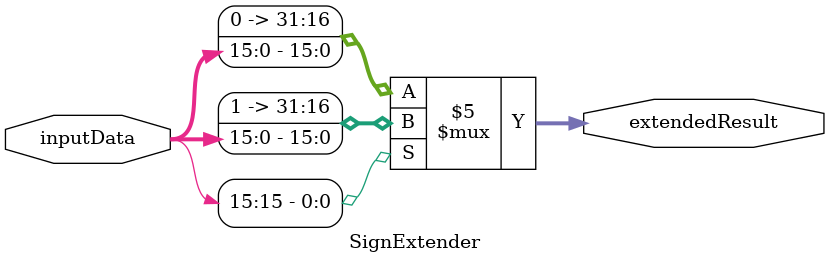
<source format=v>
module Summation (
    input wire signed [31:0] operand1, 
    input wire signed [31:0] operand2,
    output wire [31:0] outputSum
);
assign outputSum = operand1 + operand2;
endmodule

module ArithmeticLogicUnit(
    input wire signed [31:0] input1, 
    input wire signed [31:0] input2, 
    input wire [3:0] operationCode, 
    input wire [4:0] shiftBits,
    input wire resetSignal,
    output reg carryOut, 
    output reg isZero, 
    output reg signed [31:0] outputResult
);
wire [31:0] invertedInput2;
assign invertedInput2 = -input2;//invert for subtraction 

always @(posedge resetSignal) begin 
    isZero <= 1'b0;//reset flag on reset signal
end

always @(operationCode, input1, input2) begin
    case (operationCode)
        4'b0000: begin // addition
            outputResult <= input1 + input2;
            if (input1[31] == input2[31] && outputResult[31] == ~input1[31]) begin
                carryOut <= 1'b1;//set carry out
            end else begin
                carryOut <= 1'b0;//not have carry out
            end
        end
        4'b0001: begin // subtraction
            outputResult <= input1 + invertedInput2;
        end
        4'b1000: begin // less than
            outputResult <= (input1 < input2) ? 1 : 0;
        end
    endcase
    isZero <= (input1 == input2) ? 1'b1 : 1'b0;
end
endmodule

module OperationDecoder(
    input [3:0] controlSignal,
    input [5:0] functionCode,
    output reg [3:0] operationOutput
);
always @(*) begin
    case (controlSignal)
        4'b0000: operationOutput = 4'b0000; // add
        4'b0001: operationOutput = 4'b0001; // sub
        4'b0101: operationOutput = 4'b1000; // less
        4'b0010: begin
            case (functionCode)
                6'b100000: operationOutput = 4'b0000; // add
                6'b100010: operationOutput = 4'b0001; // sub
                6'b101010: operationOutput = 4'b1000; // less
                default: operationOutput = 4'bxxxx;
            endcase
        end
        default: operationOutput = 4'bxxxx;
    endcase
end
endmodule

module BranchPredictor (
    input     clockSignal,
    input     resetSignal,
    input    isBranchValid,
    input   isBranchTaken,
    output   branchPrediction
);

    localparam HISTORY_SIZE = 7;//size of histroy register
    localparam TABLE_SIZE = (1 << HISTORY_SIZE);//size of predictor table
//based on previous experiences predict
    reg [1:0] predictorTable [0:TABLE_SIZE-1];
    reg [HISTORY_SIZE-1:0] globalHistoryRegister;

    wire [1:0] currentPrediction;
    assign currentPrediction = predictorTable[globalHistoryRegister];

    assign branchPrediction = (currentPrediction >= 2);//prediction will be taken or not taken
//we predict based on strentgh of previous predictions
    integer idx;
    always @(posedge clockSignal) begin
        if (resetSignal) begin
            globalHistoryRegister <= {HISTORY_SIZE{1'b0}};//reset history register
            for (idx = 0; idx < TABLE_SIZE; idx = idx + 1) begin
                predictorTable[idx] <= 2;//initialize predictor table
            end
        end else if (isBranchValid) begin
            if (isBranchTaken) begin
                if (predictorTable[globalHistoryRegister] < 2'b11)
                    predictorTable[globalHistoryRegister] <= predictorTable[globalHistoryRegister] + 1;//update prediction
            end else begin
                if (predictorTable[globalHistoryRegister] > 2'b00)
                    predictorTable[globalHistoryRegister] <= predictorTable[globalHistoryRegister] - 1;
            end

            globalHistoryRegister <= { globalHistoryRegister[HISTORY_SIZE-2:0], isBranchTaken };//update history
        end
    end

endmodule

module EqualityChecker(
    input [31:0] firstInput,
    input [31:0] secondInput,
    output comparisonResult
);
assign comparisonResult = (firstInput == secondInput) ? 1'b1 : 1'b0;
endmodule

module ControlSignalGenerator (
    input [5:0] opcode,
    output reg destReg,
    output reg isBranch,
    output reg readMemory,
    output reg writeToReg,
    output reg [3:0] ALUOperation,
    output reg writeMemorySignal,
    output reg sourceSelect,
    output reg writeRegSignal,
    input resetSignal
); 
always @(posedge resetSignal) begin
    destReg <= 1'b0; //reset signals
    isBranch <= 1'b0;
    readMemory <= 1'b0;
    writeToReg <= 1'b0;
    ALUOperation <= 4'b0000;
    writeMemorySignal <= 1'b0;
    sourceSelect <= 1'b0;
    writeRegSignal <= 1'b0;
end

always @(opcode) begin
    case (opcode)
        6'b000000: begin // R-type
            destReg <= 1;
            isBranch <= 0;
            readMemory <= 0;
            writeToReg <= 0;
            writeMemorySignal <= 0;
            sourceSelect <= 0;//select immediate source
            writeRegSignal <= 1;
            ALUOperation <= 4'b0010;
        end
        6'b001010: begin // slti
            destReg <= 0;
            isBranch <= 0;
            readMemory <= 0;
            writeToReg <= 0;
            writeMemorySignal <= 0;
            sourceSelect <= 1;
            writeRegSignal <= 1;
            ALUOperation <= 4'b0101;
        end
        6'b100011: begin // lw
            destReg <= 0;
            isBranch <= 0;
            readMemory <= 1;
            writeToReg <= 1;
            writeMemorySignal <= 0;
            sourceSelect <= 1;
            writeRegSignal <= 1;
            ALUOperation <= 4'b0000;
        end
        6'b101011: begin // sw
            isBranch <= 0;
            readMemory <= 0;
            writeToReg <= 0;
            writeMemorySignal <= 1;
            sourceSelect <= 1;
            writeRegSignal <= 0;
            ALUOperation <= 4'b0000;
        end
        6'b000100: begin // beq
            isBranch <= 1;
            readMemory <= 0;
            writeToReg <= 0;
            writeMemorySignal <= 0;
            sourceSelect <= 0;
            writeRegSignal <= 0;
            ALUOperation <= 4'b0001;
        end
    endcase
end 
endmodule

module MemoryUnit (
    input clockSignal,
    input writeMemorySignal,
    input readMemorySignal,
    input [31:0] address,
    input [31:0] dataToWrite,
    output reg [31:0] dataRead
);
reg[31:0] memoryArray [0:1023];
initial begin
    memoryArray[0] = 32'h00000000;//initialize memory
    memoryArray[1] = 32'h00000001;
end

always @(negedge clockSignal) begin
    if(writeMemorySignal) begin 
        memoryArray[address] <= dataToWrite;//write data to memory
    end
end

always @(address or readMemorySignal) begin
    if(readMemorySignal) begin 
        dataRead = memoryArray[address]; //read data from memory
    end
end
endmodule

module DualDataMemory (
    input writeMemory1,
    input writeMemory2,
    input readMemory1,
    input readMemory2,
    input [31:0] address1,
    input [31:0] address2,
    input [15:0] dataToWrite1,
    input [15:0] dataToWrite2,
    input clockSignal,
    output reg [15:0] dataRead1,
    output reg [15:0] dataRead2
);
reg[31:0] memoryArray [0:31];

always @(negedge clockSignal) begin
    if(writeMemory1) begin
        memoryArray[address1][31:16] <= dataToWrite1;//write upper half to memory
    end
    if(writeMemory2) begin
        memoryArray[address2][15:0] <= dataToWrite2;//write lower half to memory
    end
end

always @(address1 or address2 or readMemory1 or readMemory2) begin
    if(readMemory1) begin
        dataRead1 = memoryArray[address1][31:16]; //read upper half of memory
    end
    if(readMemory2) begin
        dataRead2 = memoryArray[address2][15:0];//read lower half of memory
    end
end
endmodule

module ExecutionMemoryRegister (
    //temp storage holds data between exe and mem stages
    input clockSignal,
    input writeRegSignal,
    input writeToRegSignal,
    input writeMemorySignal,
    input readMemorySignal,
    input [31:0] ALUOutput,
    input [31:0] dataToWrite,
    input [4:0] regAddress,
    output reg writeRegOut,
    output reg writeToRegOut,
    output reg writeMemoryOut,
    output reg readMemoryOut,
    output reg [31:0] ALUOutputOut,
    output reg [31:0] dataToWriteOut,
    output reg [4:0] regAddressOut
);
always @(posedge clockSignal) begin
    dataToWriteOut <= dataToWrite;//store data to write
    writeToRegOut <= writeToRegSignal;//store write to register signals
    regAddressOut <= regAddress;  //store register addresses  
    writeRegOut <= writeRegSignal;
    writeMemoryOut <= writeMemorySignal;
    readMemoryOut <= readMemorySignal;
    ALUOutputOut <= ALUOutput;
end
endmodule

module ForwardingControlUnit (
    input EX_MemRegWrite,
    input [4:0] EX_MemWriteReg,
    input Mem_WbRegWrite,
    input [4:0] Mem_WbWriteReg,
    input [4:0] ID_Ex_Rs,
    input [4:0] ID_Ex_Rt,
    output reg [1:0] upperMuxSelect,
    output reg [1:0] lowerMuxSelect,
    output reg [1:0] comparatorMux1Select,
    output reg [1:0] comparatorMux2Select
);
always @(EX_MemRegWrite or EX_MemWriteReg or Mem_WbRegWrite or Mem_WbWriteReg or ID_Ex_Rs or ID_Ex_Rt) begin
    if(EX_MemRegWrite && EX_MemWriteReg) begin
        if (EX_MemWriteReg == ID_Ex_Rs) begin
            upperMuxSelect <= 2'b10;//forwarding to upper mux
            comparatorMux1Select <= 2'b01;//forwarding for comparator
        end else begin
            upperMuxSelect <= 2'b00;//no forwarding
            comparatorMux1Select <= 2'b00;//no forwarding
        end  
        if(EX_MemWriteReg == ID_Ex_Rt) begin
            lowerMuxSelect <= 2'b10;
            comparatorMux2Select <= 2'b01;
        end else begin
            lowerMuxSelect <= 2'b00;
            comparatorMux2Select <= 2'b00;
        end
    end else if (Mem_WbRegWrite && Mem_WbWriteReg) begin
        if ((Mem_WbWriteReg == ID_Ex_Rs) && (EX_MemWriteReg != ID_Ex_Rs)) begin
            upperMuxSelect <= 2'b01;
            comparatorMux1Select <= 2'b10;
        end else begin
            upperMuxSelect <= 2'b00;
            comparatorMux1Select <= 2'b00;
        end 
        if((Mem_WbWriteReg == ID_Ex_Rt) && (EX_MemWriteReg == ID_Ex_Rt)) begin
            lowerMuxSelect <= 2'b01;
            comparatorMux2Select <= 2'b10;
        end else begin
            lowerMuxSelect <= 2'b00;
            comparatorMux2Select <= 2'b00;
        end
    end else begin
        upperMuxSelect <= 2'b00;//no forwarding
        lowerMuxSelect <= 2'b00;
        comparatorMux1Select <= 2'b00;
        comparatorMux2Select <= 2'b00;
    end
end
endmodule

module HazardControlUnit(
    input ID_ExMemRead,
    input EX_MemMemRead,
    input [4:0] ID_Ex_Rt,
    input [31:0] IF_ID_Instr,
    output reg stallPC,
    output reg stallIF_ID,
    output reg muxSelect
);
initial begin
    stallPC <= 0;
    stallIF_ID <= 0;
    muxSelect <= 0;
end

always @(ID_ExMemRead or ID_Ex_Rt or IF_ID_Instr) begin
    if (ID_ExMemRead && (stallPC == 1'b0) && (stallIF_ID == 1'b0)) begin
        if(ID_Ex_Rt == IF_ID_Instr[25:21] || ID_Ex_Rt == IF_ID_Instr[20:15]) begin
            stallPC <= 1;//stall because hazard detected
            stallIF_ID <= 1;
            muxSelect <= 1;
        end
    end else if ((IF_ID_Instr[31:26] == 6'b000100) && (stallPC == 1'b0) && (stallIF_ID == 1'b0)) begin
        stallPC <= 1;//stall because branch instruction
        stallIF_ID <= 1;
        muxSelect <= 1;
    end else begin
        stallPC <= 0;
        stallIF_ID <= 0;
        muxSelect <= 0;     
    end    
end
endmodule

module InstructionDecode_Execute_Register (
    input wire clockSignal, 
    input wire writeRegSignal,
    input wire writeToRegSignal,
    input wire writeMemorySignal,
    input wire readMemorySignal,
    input wire ALUSrcSignal,
    input wire [3:0] ALUOpSignal,
    input wire destRegSignal,
    input wire [31:0] PCPlus4Signal,
    input wire [31:0] data1InputSignal,
    input wire [31:0] data2InputSignal,
    input wire [31:0] signExtendInputSignal,
    input wire [14:0] registerAddressInputSignal,
    output reg [31:0] PCPlus4OutSignal,
    output reg [31:0] data1OutputSignal,
    output reg [31:0] data2OutputSignal,
    output reg [31:0] signExtendOutputSignal,
    output reg [4:0] rsOutSignal,
    output reg [4:0] rtOutSignal,
    output reg [4:0] rdOutSignal,
    output reg writeRegOutputSignal,
    output reg writeToRegOutputSignal,
    output reg writeMemoryOutputSignal,
    output reg readMemoryOutputSignal,
    output reg ALUSrcOutputSignal,
    output reg [3:0] ALUOpOutputSignal,
    output reg destRegOutputSignal
);
always @(posedge clockSignal) begin
    PCPlus4OutSignal <= PCPlus4Signal;//store pc+4
    data1OutputSignal <= data1InputSignal;//store data 1
    data2OutputSignal <= data2InputSignal;//store data2
    signExtendOutputSignal <= signExtendInputSignal;
    rsOutSignal <= registerAddressInputSignal[14:10];//store source register
    rtOutSignal <= registerAddressInputSignal[9:5];//store target register
    rdOutSignal <= registerAddressInputSignal[4:0];//store destination register
    writeRegOutputSignal <= writeRegSignal;
    writeToRegOutputSignal <= writeToRegSignal;
    writeMemoryOutputSignal <= writeMemorySignal;
    readMemoryOutputSignal <= readMemorySignal;
    ALUSrcOutputSignal <= ALUSrcSignal;
    ALUOpOutputSignal <= ALUOpSignal;
    destRegOutputSignal <= destRegSignal;
end
endmodule

module InstructionFetch_Decode_Register (
    input clockSignal,
    input wire [31:0] PCPlus4Signal,
    input wire [31:0] instructionInputSignal,
    output reg [31:0] instructionOutputSignal,
    input holdSignal,
    output reg [31:0] PCPlus4OutputSignal,
    input flushSignal
);
always @(posedge clockSignal) begin
    if (holdSignal == 1'b0) begin   
        PCPlus4OutputSignal <= PCPlus4Signal;
        instructionOutputSignal <= instructionInputSignal;   
    end else if (flushSignal == 1'b1) begin
        PCPlus4OutputSignal <= PCPlus4Signal; 
        instructionOutputSignal <= 32'b0;//clear output
    end
end
endmodule

module InstructionMemoryUnit(
    input clockSignal,
    input [31:0] programCounter,
    output reg [31:0] instructionData
);
reg [31:0] instructionMemoryArray [0:1060];
initial begin
    instructionMemoryArray[0] = 32'h8C000000; // lw 
    instructionMemoryArray[4] = 32'h8C010001; // lw 
    instructionMemoryArray[8] = 32'h03FEF020; // i++
    instructionMemoryArray[12] = 32'h00011020; // add 2
    instructionMemoryArray[16] = 32'h00221820; // add 3 
    instructionMemoryArray[20] = 32'h03FEF020; // i++
    instructionMemoryArray[24] = 32'h00622020; // add 4
    instructionMemoryArray[28] = 32'h03FEF020; // i++
    instructionMemoryArray[32] = 32'h00832820; // add 5
    instructionMemoryArray[36] = 32'h03FEF020; // i++
    instructionMemoryArray[40] = 32'h28AA0006; // lsti
    instructionMemoryArray[44] = 32'h13C50002; // beq
    instructionMemoryArray[48] = 32'hAC210000; // sw
end

always @(programCounter) begin	
    instructionData <= instructionMemoryArray[programCounter];//read instruction from instruction memory
end				
endmodule	

module InstructionMemoryUnit2(
    //provide larger instruction memory space
    input clockSignal,
    input [31:0] programCounter,
    output reg [31:0] instructionData
);
reg [31:0] instructionMemoryArray [0:1023];

initial begin
    instructionMemoryArray[0] = 32'h01095020;
    instructionMemoryArray[1] = 32'hAC0A0000;
    instructionMemoryArray[2] = 32'h01495822;
    instructionMemoryArray[3] = 32'h1168FFFC;  
    instructionMemoryArray[4] = 32'hAC0A0000;
end

always @(programCounter) begin	 
    instructionData <= instructionMemoryArray[programCounter >> 2];
end			
		
endmodule	

module WriteBackRegister (
    input clockSignal,
    input writeRegSignal, 
    input writeToRegSignal,
    input [31:0] ALUOutput,
    input [31:0] readData,
    input [4:0] regAddress,
    output reg writeRegOut,
    output reg writeToRegOut,
    output reg [31:0] readDataOut,
    output reg [31:0] ALUOutputOut,
    output reg [4:0] regAddressOut
);
always @(posedge clockSignal) begin
    writeRegOut <= writeRegSignal;
    writeToRegOut <= writeToRegSignal;
    readDataOut <= readData;
    ALUOutputOut <= ALUOutput;
    regAddressOut <= regAddress;
end  
endmodule

module MemoryRegisterTransfer (
    //transfer data between memory and register
    input writeMemorySignal,
    input writeMemory2Signal,
    input readMemorySignal,
    input readMemory2Signal,
    input [31:0] ALUResult,
    input [31:0] address2,
    input [15:0] memoryWriteData,
    input [15:0] memoryWriteData2,
    input clockSignal,
    output reg [15:0] readData1, // Changed to reg
    output reg [15:0] readDataMemory, // Changed to reg
    output reg writeRegSignal, // Changed to reg
    output reg writeRegSignal2, // Changed to reg
    output reg [4:0] writeReg, // Changed to reg
    output reg [4:0] writeReg2 // Changed to reg
);
always @(posedge clockSignal) begin
    writeRegSignal2 <= writeRegSignal; 
    writeReg2 <= writeReg;
    readDataMemory <= readData1; // Ensure this is the correct assignment
end
endmodule

module Multiplexer2x1_5Bits(
    output reg [4:0] result,
    input [4:0] inputA,
    input [4:0] inputB,
    input selectSignal
);
always @(inputA, inputB, selectSignal) begin
    case(selectSignal)
        1'b0: result = inputA;
        1'b1: result = inputB;
        default: result = 5'bx;
    endcase
end
endmodule

module Multiplexer2x1_10Bits(
    output reg [9:0] result,
    input [9:0] inputA,
    input [9:0] inputB,
    input selectSignal
);
always @(inputA, inputB, selectSignal) begin
    case(selectSignal)
        1'b0: result = inputA; 
        1'b1: result = inputB;
        default: result = 10'bx;
    endcase
end
endmodule

module Multiplexer2x1_32Bits(
    output reg [31:0] result,
    input [31:0] inputA,
    input [31:0] inputB,
    input selectSignal
);
always @(inputA, inputB, selectSignal) begin
    case(selectSignal)
        1'b0: result = inputA; 
        1'b1: result = inputB; 
        default: result = 32'bx;
    endcase
end
endmodule

module Multiplexer3x1_32Bits(
    output reg [31:0] result,
    input [31:0] inputA, 
    input [31:0] inputB, 
    input [31:0] inputC,
    input [1:0] selectSignal
);
always @(inputA, inputB, inputC, selectSignal) begin
    case(selectSignal)
        2'b00: result = inputA;
        2'b01: result = inputB;
        2'b10: result = inputC;
        default: result = 32'bx;
    endcase
end
endmodule

module ProgramCounter (
    input clockSignal, 
    input wire [31:0] nextPCSignal,
    output reg [31:0] currentPC,
    input resetSignal,
    input holdSignal
);
always @(posedge resetSignal) begin
    currentPC <= 32'hFFFFFFFC;//reset pc to specific value
end

always @(posedge clockSignal) begin
    if (holdSignal == 0) begin
        currentPC <= nextPCSignal;//update pc
    end
end
endmodule

module RegisterFileUnit(
//a drawer included many reg and access to reg using control signals 
    input clockSignal,
    input [4:0] readReg1, 
    input [4:0] readReg2, 
    input [4:0] writeReg, 
    input [31:0] writeData,
    input writeEnable, 
    output reg [31:0] readData1, 
    output reg [31:0] readData2, 
    input resetSignal
);
reg [31:0] registers[0:31];

always @(posedge resetSignal) begin
    registers[0] <= 32'h00000000;
    registers[1] <= 32'h00000000;
    registers[30] <= 32'h00000001; // saving constant 1
    registers[31] <= 32'h00000001; // saving constant 1
end

always @(readReg1, readReg2) begin
    readData1 <= registers[readReg1];
    readData2 <= registers[readReg2];
end

always @(negedge clockSignal) begin
    if (writeEnable) begin
        registers[writeReg] <= writeData;
    end
end
endmodule

module ShiftLeftBy2(
    output [31:0] shiftedResult,
    input [31:0] inputData
);
assign shiftedResult = inputData << 2;
endmodule

module SignExtender (
    input [15:0] inputData,
    output reg [31:0] extendedResult
);
always @(inputData) begin
    if (inputData[15] == 1) begin     
        extendedResult = {16'hFFFF, inputData};
    end else begin
        extendedResult = {16'h0000, inputData};
    end
end
endmodule
</source>
